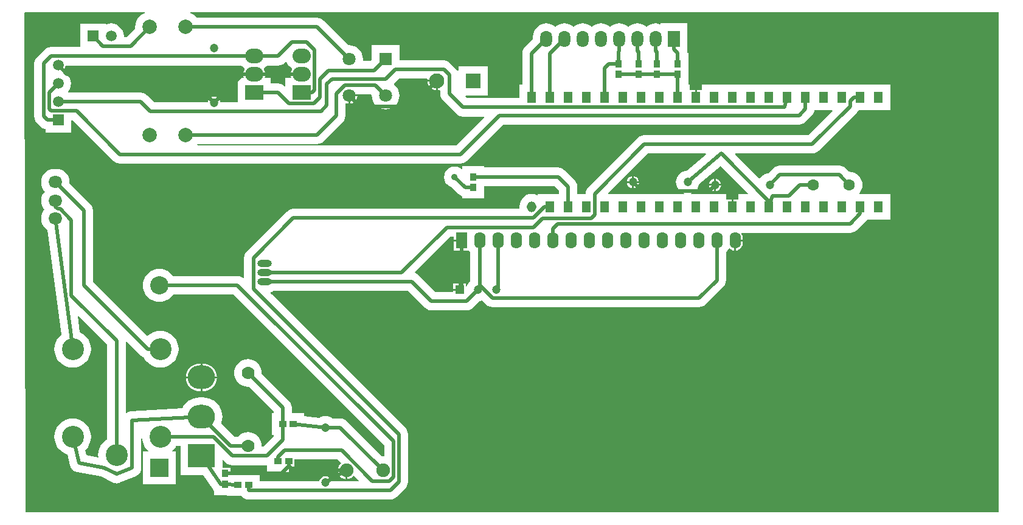
<source format=gbl>
G04 Layer_Physical_Order=2*
G04 Layer_Color=16711680*
%FSLAX44Y44*%
%MOMM*%
G71*
G01*
G75*
%ADD11C,0.5080*%
%ADD12R,1.8000X1.8000*%
%ADD13C,1.8000*%
%ADD14C,2.1000*%
%ADD15R,2.1000X2.1000*%
%ADD16R,2.5400X2.0320*%
%ADD17O,2.5400X2.0320*%
%ADD18C,2.0000*%
%ADD19R,3.8100X3.3020*%
%ADD20O,3.8100X3.3020*%
%ADD21C,1.7780*%
%ADD22O,2.0000X1.0000*%
%ADD23O,2.0000X1.0000*%
%ADD24C,1.6000*%
%ADD25C,1.2000*%
%ADD26O,1.3000X1.5000*%
%ADD27R,1.2954X1.4986*%
%ADD28C,2.5400*%
%ADD29R,2.5400X2.5400*%
%ADD30C,1.9050*%
%ADD31R,1.5000X1.5000*%
%ADD32C,1.5000*%
%ADD33O,1.5748X2.2860*%
%ADD34R,1.5748X2.2860*%
%ADD35C,1.5200*%
%ADD36R,1.5200X1.5200*%
%ADD37O,1.6510X2.2860*%
%ADD38R,1.6510X2.2860*%
%ADD39O,1.9050X1.6510*%
%ADD40R,1.2000X1.2000*%
%ADD41C,3.0480*%
%ADD42C,0.8890*%
%ADD43R,1.0000X0.9500*%
%ADD44R,0.9500X1.0000*%
%ADD45C,0.2540*%
G36*
X1341120Y-10160D02*
Y-15240D01*
X-13970D01*
X-15238Y679821D01*
X-14341Y680720D01*
X152081D01*
X152269Y679450D01*
X151398Y679186D01*
X147895Y677314D01*
X144825Y674794D01*
X142306Y671725D01*
X140434Y668222D01*
X139282Y664422D01*
X138892Y660470D01*
X139084Y658520D01*
X127358Y646794D01*
X123977D01*
X123155Y647700D01*
X122815Y651162D01*
X121805Y654491D01*
X120165Y657559D01*
X117958Y660248D01*
X115269Y662455D01*
X112201Y664095D01*
X108872Y665105D01*
X105410Y665445D01*
X101948Y665105D01*
X98940Y664192D01*
X97670Y664834D01*
Y665360D01*
X62350D01*
Y632570D01*
X21590D01*
X18275Y632133D01*
X15185Y630853D01*
X12532Y628818D01*
X2372Y618658D01*
X337Y616005D01*
X-943Y612915D01*
X-1380Y609600D01*
Y535940D01*
X-943Y532625D01*
X337Y529535D01*
X2372Y526882D01*
X7452Y521802D01*
X10105Y519767D01*
X13195Y518487D01*
X13990Y518382D01*
Y513100D01*
X49510D01*
Y530750D01*
X52098D01*
X108798Y474050D01*
X111451Y472015D01*
X114541Y470735D01*
X117856Y470298D01*
X591566D01*
X594881Y470735D01*
X597971Y472015D01*
X600624Y474050D01*
X651228Y524654D01*
X1062990D01*
X1066305Y525091D01*
X1069395Y526371D01*
X1072048Y528406D01*
X1080938Y537296D01*
X1082973Y539949D01*
X1084253Y543039D01*
X1084506Y544957D01*
X1109382D01*
X1109868Y543784D01*
X1075972Y509888D01*
X847598D01*
X844283Y509451D01*
X841193Y508171D01*
X838540Y506136D01*
X769706Y437302D01*
X767671Y434649D01*
X766391Y431559D01*
X765954Y428244D01*
Y427863D01*
X754490D01*
Y438030D01*
X754053Y441345D01*
X752773Y444435D01*
X750738Y447088D01*
X736768Y461058D01*
X734115Y463093D01*
X731025Y464373D01*
X727710Y464810D01*
X624510D01*
Y467160D01*
X594690D01*
Y463183D01*
X593420Y462557D01*
X591058Y464370D01*
X587505Y465841D01*
X583692Y466343D01*
X579879Y465841D01*
X576326Y464370D01*
X573276Y462028D01*
X570934Y458978D01*
X569463Y455425D01*
X568961Y451612D01*
X569463Y447799D01*
X570934Y444246D01*
X573276Y441196D01*
X576326Y438854D01*
X579753Y437435D01*
X589246Y427942D01*
X591899Y425906D01*
X594690Y424751D01*
Y421840D01*
X624510D01*
Y439190D01*
X722404D01*
X728870Y432724D01*
Y427863D01*
X699643D01*
Y426652D01*
X698554Y425999D01*
X697286Y426676D01*
X694146Y427629D01*
X690880Y427951D01*
X687614Y427629D01*
X684474Y426676D01*
X681579Y425129D01*
X679043Y423047D01*
X676961Y420511D01*
X675414Y417616D01*
X674461Y414476D01*
X674139Y411210D01*
Y409210D01*
X674213Y408467D01*
X673360Y407526D01*
X359156D01*
X355841Y407089D01*
X352751Y405809D01*
X350098Y403774D01*
X294472Y348148D01*
X292437Y345495D01*
X291157Y342405D01*
X290720Y339090D01*
Y311472D01*
X289450Y310845D01*
X287837Y312083D01*
X284747Y313363D01*
X281432Y313800D01*
X191780D01*
X188963Y317233D01*
X185482Y320089D01*
X181511Y322212D01*
X177201Y323519D01*
X172720Y323961D01*
X168239Y323519D01*
X163930Y322212D01*
X159958Y320089D01*
X156477Y317233D01*
X153621Y313752D01*
X151498Y309781D01*
X150191Y305471D01*
X149749Y300990D01*
X150191Y296509D01*
X151498Y292199D01*
X153621Y288228D01*
X156477Y284747D01*
X159958Y281891D01*
X163930Y279768D01*
X168239Y278461D01*
X172720Y278019D01*
X177201Y278461D01*
X181511Y279768D01*
X185482Y281891D01*
X188963Y284747D01*
X191780Y288180D01*
X276126D01*
X485665Y78641D01*
Y63729D01*
X484724Y62876D01*
X483870Y62960D01*
X482355Y62811D01*
X433238Y111928D01*
X430585Y113963D01*
X427495Y115243D01*
X424180Y115680D01*
X413725D01*
X412881Y116371D01*
X410074Y117872D01*
X407028Y118796D01*
X403860Y119108D01*
X400692Y118796D01*
X397646Y117872D01*
X395485Y116717D01*
X374450Y119115D01*
Y122860D01*
X357099D01*
Y130690D01*
X356663Y134005D01*
X355383Y137095D01*
X353348Y139748D01*
X314960Y178135D01*
X315052Y179070D01*
X314684Y182805D01*
X313595Y186395D01*
X311826Y189705D01*
X309446Y192606D01*
X306545Y194986D01*
X303235Y196755D01*
X299645Y197844D01*
X295910Y198212D01*
X292176Y197844D01*
X288585Y196755D01*
X285275Y194986D01*
X282374Y192606D01*
X279994Y189705D01*
X278225Y186395D01*
X277136Y182805D01*
X276768Y179070D01*
X277136Y175336D01*
X278225Y171745D01*
X279994Y168435D01*
X282374Y165534D01*
X285275Y163154D01*
X288585Y161385D01*
X292176Y160296D01*
X295910Y159928D01*
X296845Y160020D01*
X331480Y125384D01*
Y122860D01*
X329130D01*
Y93040D01*
X331480D01*
Y90904D01*
X317065Y76489D01*
X315964Y76508D01*
X315052Y77470D01*
X314684Y81205D01*
X313595Y84795D01*
X311826Y88105D01*
X309446Y91006D01*
X306545Y93386D01*
X303235Y95155D01*
X299645Y96244D01*
X295910Y96612D01*
X292176Y96244D01*
X288585Y95155D01*
X285275Y93386D01*
X282374Y91006D01*
X281779Y90280D01*
X277086D01*
X258654Y108711D01*
X259123Y109843D01*
X260103Y113925D01*
X260432Y118110D01*
X260103Y122295D01*
X259123Y126377D01*
X257517Y130255D01*
X255323Y133835D01*
X252597Y137027D01*
X249405Y139753D01*
X245825Y141947D01*
X241947Y143553D01*
X237865Y144533D01*
X233680Y144862D01*
X228600D01*
X224415Y144533D01*
X220333Y143553D01*
X216455Y141947D01*
X212875Y139753D01*
X209683Y137027D01*
X206957Y133835D01*
X204763Y130255D01*
X204464Y129533D01*
X133947Y125822D01*
X132631Y125578D01*
X131305Y125403D01*
X130992Y125274D01*
X130659Y125212D01*
X129452Y124635D01*
X128215Y124123D01*
X127947Y123917D01*
X127641Y123771D01*
X127110Y123317D01*
X125840Y123903D01*
Y222549D01*
X127110Y223075D01*
X147152Y203032D01*
X149805Y200997D01*
X151492Y200298D01*
X152768Y197910D01*
X155943Y194043D01*
X159810Y190868D01*
X164223Y188510D01*
X169011Y187057D01*
X173990Y186567D01*
X178969Y187057D01*
X183757Y188510D01*
X188170Y190868D01*
X192037Y194043D01*
X195212Y197910D01*
X197570Y202323D01*
X199023Y207111D01*
X199513Y212090D01*
X199023Y217069D01*
X197570Y221857D01*
X195212Y226270D01*
X192037Y230137D01*
X188170Y233312D01*
X183757Y235670D01*
X178969Y237122D01*
X173990Y237613D01*
X169011Y237122D01*
X164223Y235670D01*
X159810Y233312D01*
X156127Y230289D01*
X80120Y306296D01*
Y405130D01*
X79683Y408445D01*
X78403Y411535D01*
X76368Y414188D01*
X47565Y442990D01*
X47714Y444500D01*
X47359Y448110D01*
X46306Y451581D01*
X44596Y454780D01*
X42294Y457584D01*
X39490Y459886D01*
X36291Y461596D01*
X32820Y462649D01*
X29210Y463004D01*
X26670D01*
X23060Y462649D01*
X19589Y461596D01*
X16390Y459886D01*
X13586Y457584D01*
X11284Y454780D01*
X9574Y451581D01*
X8521Y448110D01*
X8166Y444500D01*
X8521Y440890D01*
X9574Y437419D01*
X11284Y434220D01*
X13374Y431673D01*
X11284Y429126D01*
X9574Y425927D01*
X8521Y422456D01*
X8166Y418846D01*
X8521Y415236D01*
X9574Y411765D01*
X11284Y408566D01*
X13062Y406400D01*
X11284Y404234D01*
X9574Y401035D01*
X8521Y397564D01*
X8166Y393954D01*
X8521Y390344D01*
X9574Y386873D01*
X11284Y383674D01*
X13586Y380870D01*
X16390Y378568D01*
X17111Y378183D01*
X36485Y232159D01*
X34023Y230137D01*
X30849Y226270D01*
X28490Y221857D01*
X27037Y217069D01*
X26547Y212090D01*
X27037Y207111D01*
X28490Y202323D01*
X30849Y197910D01*
X34023Y194043D01*
X37890Y190868D01*
X42303Y188510D01*
X47091Y187057D01*
X52070Y186567D01*
X57049Y187057D01*
X61837Y188510D01*
X66250Y190868D01*
X70117Y194043D01*
X73292Y197910D01*
X75650Y202323D01*
X77102Y207111D01*
X77593Y212090D01*
X77102Y217069D01*
X75650Y221857D01*
X73292Y226270D01*
X70117Y230137D01*
X66250Y233312D01*
X61865Y235655D01*
X58880Y258157D01*
X60018Y258719D01*
X100220Y218517D01*
Y86724D01*
X98850Y85991D01*
X94983Y82817D01*
X91809Y78950D01*
X89450Y74537D01*
X87998Y69749D01*
X87507Y64770D01*
X87737Y62441D01*
X86801Y61582D01*
X71462Y64422D01*
X69689Y71771D01*
X70117Y72123D01*
X73292Y75990D01*
X75650Y80403D01*
X77102Y85191D01*
X77593Y90170D01*
X77102Y95149D01*
X75650Y99937D01*
X73292Y104350D01*
X70117Y108217D01*
X66250Y111391D01*
X61837Y113750D01*
X57049Y115203D01*
X52070Y115693D01*
X47091Y115203D01*
X42303Y113750D01*
X37890Y111391D01*
X34023Y108217D01*
X30849Y104350D01*
X28490Y99937D01*
X27037Y95149D01*
X26547Y90170D01*
X27037Y85191D01*
X28490Y80403D01*
X30849Y75990D01*
X34023Y72123D01*
X37890Y68948D01*
X42303Y66590D01*
X44764Y65843D01*
X48508Y50334D01*
X48747Y49713D01*
X48886Y49062D01*
X49346Y48159D01*
X49710Y47214D01*
X50102Y46676D01*
X50404Y46083D01*
X51083Y45330D01*
X51679Y44511D01*
X52197Y44093D01*
X52642Y43598D01*
X53492Y43046D01*
X54280Y42410D01*
X54889Y42140D01*
X55447Y41777D01*
X56411Y41464D01*
X57337Y41054D01*
X57994Y40950D01*
X58628Y40745D01*
X91139Y34724D01*
X107301Y26643D01*
X107720Y26498D01*
X108103Y26276D01*
X109295Y25954D01*
X110462Y25550D01*
X110904Y25519D01*
X111332Y25403D01*
X112566Y25401D01*
X113798Y25313D01*
X114233Y25398D01*
X114675Y25396D01*
X115868Y25714D01*
X117081Y25948D01*
X117479Y26142D01*
X117907Y26255D01*
X139497Y35145D01*
X140237Y35570D01*
X141025Y35897D01*
X141680Y36400D01*
X142397Y36811D01*
X143001Y37413D01*
X143678Y37932D01*
X144181Y38588D01*
X144766Y39171D01*
X145194Y39908D01*
X145713Y40585D01*
X146030Y41349D01*
X146444Y42063D01*
X146667Y42887D01*
X146993Y43675D01*
X147101Y44494D01*
X147317Y45292D01*
X147318Y46144D01*
X147430Y46990D01*
Y87747D01*
X148700Y87810D01*
X148958Y85191D01*
X150410Y80403D01*
X152768Y75990D01*
X155943Y72123D01*
X157255Y71046D01*
X156827Y69850D01*
X149860D01*
Y24130D01*
X195580D01*
Y69850D01*
X191153D01*
X190725Y71046D01*
X192037Y72123D01*
X195212Y75990D01*
X195944Y77360D01*
X201930D01*
Y36830D01*
X233735D01*
X247205Y16946D01*
X248092Y15947D01*
X248925Y14903D01*
X249199Y14700D01*
X249250Y14643D01*
Y9090D01*
X266900D01*
Y7950D01*
X286841D01*
X288002Y6436D01*
X290655Y4401D01*
X293745Y3121D01*
X297060Y2684D01*
X494030D01*
X497345Y3121D01*
X500435Y4401D01*
X503088Y6436D01*
X515153Y18501D01*
X517188Y21154D01*
X518468Y24244D01*
X518905Y27559D01*
Y93345D01*
X518468Y96660D01*
X517188Y99750D01*
X515153Y102403D01*
X327518Y290038D01*
X327878Y291474D01*
X329600Y291996D01*
X331965Y293260D01*
X518950D01*
X542376Y269834D01*
X545029Y267799D01*
X548119Y266519D01*
X551434Y266082D01*
X551434Y266082D01*
X600202D01*
X603517Y266519D01*
X606607Y267799D01*
X609260Y269834D01*
X618032Y278607D01*
X619118Y278714D01*
X622023Y279595D01*
X627212Y274406D01*
X629865Y272371D01*
X632955Y271091D01*
X636270Y270654D01*
X924052D01*
X927367Y271091D01*
X930457Y272371D01*
X933110Y274406D01*
X957748Y299044D01*
X959783Y301697D01*
X961063Y304787D01*
X961500Y308102D01*
Y346847D01*
X961504Y346850D01*
X963757Y349596D01*
X965125Y352155D01*
X966574Y352352D01*
X966663Y352237D01*
X968838Y350567D01*
X971371Y349518D01*
X972820Y349327D01*
Y363220D01*
X974090D01*
Y364490D01*
X984594D01*
Y366776D01*
X984236Y369495D01*
X983187Y372028D01*
X982717Y372639D01*
X983279Y373778D01*
X1134110D01*
X1137425Y374215D01*
X1140515Y375495D01*
X1143168Y377530D01*
X1157138Y391500D01*
X1157949Y392557D01*
X1190117D01*
Y427863D01*
X1147649D01*
X1147106Y429011D01*
X1148365Y430545D01*
X1150051Y433700D01*
X1151090Y437123D01*
X1151440Y440683D01*
X1151090Y444243D01*
X1150051Y447666D01*
X1148365Y450821D01*
X1146096Y453586D01*
X1143331Y455855D01*
X1140176Y457542D01*
X1136752Y458580D01*
X1133193Y458931D01*
X1133072Y458919D01*
X1128019Y463972D01*
X1125366Y466007D01*
X1122277Y467287D01*
X1118961Y467724D01*
X1036574D01*
X1033259Y467287D01*
X1030169Y466007D01*
X1027516Y463972D01*
X1020268Y456723D01*
X1019182Y456616D01*
X1016136Y455692D01*
X1013329Y454192D01*
X1010868Y452172D01*
X1009081Y449995D01*
X1007610Y449670D01*
X974184Y483095D01*
X974670Y484268D01*
X1081278D01*
X1084593Y484705D01*
X1087683Y485985D01*
X1090336Y488020D01*
X1143422Y541106D01*
X1145457Y543759D01*
X1145954Y544957D01*
X1190117D01*
Y580263D01*
X928243D01*
Y572643D01*
X920750D01*
Y562610D01*
X918210D01*
Y572643D01*
X910717D01*
Y580263D01*
X908990D01*
Y594320D01*
Y624640D01*
X907415D01*
Y665480D01*
X870585D01*
Y665256D01*
X869565Y664499D01*
X867210Y665214D01*
X863600Y665569D01*
X859990Y665214D01*
X856519Y664161D01*
X853320Y662451D01*
X850900Y660465D01*
X848480Y662451D01*
X845281Y664161D01*
X841810Y665214D01*
X838200Y665569D01*
X834590Y665214D01*
X831119Y664161D01*
X827920Y662451D01*
X825500Y660465D01*
X823080Y662451D01*
X819881Y664161D01*
X816410Y665214D01*
X812800Y665569D01*
X809190Y665214D01*
X805719Y664161D01*
X802520Y662451D01*
X800100Y660465D01*
X797680Y662451D01*
X794481Y664161D01*
X791010Y665214D01*
X787400Y665569D01*
X783790Y665214D01*
X780319Y664161D01*
X777120Y662451D01*
X774700Y660465D01*
X772280Y662451D01*
X769081Y664161D01*
X765610Y665214D01*
X762000Y665569D01*
X758390Y665214D01*
X754919Y664161D01*
X751720Y662451D01*
X749300Y660465D01*
X746880Y662451D01*
X743681Y664161D01*
X740210Y665214D01*
X736600Y665569D01*
X732990Y665214D01*
X729519Y664161D01*
X726320Y662451D01*
X723900Y660465D01*
X721480Y662451D01*
X718281Y664161D01*
X714810Y665214D01*
X711200Y665569D01*
X707590Y665214D01*
X704119Y664161D01*
X700920Y662451D01*
X698116Y660149D01*
X695814Y657345D01*
X694104Y654146D01*
X693051Y650675D01*
X692696Y647065D01*
Y643501D01*
X681822Y632628D01*
X679787Y629975D01*
X678507Y626885D01*
X678070Y623570D01*
Y580263D01*
X674243D01*
Y561450D01*
X600682D01*
X598495Y563637D01*
X598981Y564810D01*
X630260D01*
Y606130D01*
X588940D01*
Y599650D01*
X587670Y599398D01*
X587419Y600003D01*
X585384Y602656D01*
X577764Y610276D01*
X575111Y612311D01*
X572021Y613591D01*
X568706Y614028D01*
X506840D01*
Y635110D01*
X468520D01*
Y614906D01*
X466626Y613012D01*
X456789D01*
X455936Y613953D01*
X456133Y615950D01*
X455763Y619706D01*
X454667Y623318D01*
X452888Y626646D01*
X450494Y629564D01*
X447576Y631958D01*
X444248Y633737D01*
X440636Y634833D01*
X436880Y635203D01*
X435845Y635101D01*
X401418Y669528D01*
X398765Y671563D01*
X395675Y672843D01*
X392360Y673280D01*
X224718D01*
X223475Y674794D01*
X220405Y677314D01*
X216902Y679186D01*
X216031Y679450D01*
X216219Y680720D01*
X1341120D01*
Y-10160D01*
D02*
G37*
G36*
X349604Y611632D02*
X351323Y608416D01*
X353862Y605322D01*
X356956Y602783D01*
X357366Y602564D01*
X357634Y601322D01*
X357207Y600765D01*
X355927Y597675D01*
X355658Y595630D01*
X370840D01*
Y593090D01*
X355658D01*
X355927Y591045D01*
X356220Y590336D01*
X355515Y589280D01*
X347980D01*
Y578474D01*
X347868Y578428D01*
X346710Y578147D01*
X344225Y580053D01*
X341135Y581333D01*
X337820Y581770D01*
X327660D01*
Y589280D01*
X320125D01*
X319420Y590336D01*
X319713Y591045D01*
X319982Y593090D01*
X304800D01*
X289618D01*
X289887Y591045D01*
X290180Y590336D01*
X289475Y589280D01*
X281940D01*
Y555608D01*
X257452D01*
X257240Y557219D01*
X256380Y559297D01*
X255011Y561081D01*
X253227Y562450D01*
X251149Y563310D01*
X248920Y563604D01*
X246691Y563310D01*
X244613Y562450D01*
X242829Y561081D01*
X241460Y559297D01*
X240600Y557219D01*
X240388Y555608D01*
X165580D01*
X155870Y565318D01*
X153217Y567353D01*
X150127Y568633D01*
X146812Y569070D01*
X45878D01*
X45335Y570218D01*
X46588Y571745D01*
X48238Y574831D01*
X49253Y578178D01*
X49596Y581660D01*
X49253Y585142D01*
X48238Y588489D01*
X46588Y591575D01*
X44369Y594279D01*
X41665Y596498D01*
X38755Y598053D01*
X38367Y599316D01*
X38360Y599351D01*
X38982Y599828D01*
X40607Y601946D01*
X41629Y604413D01*
X41963Y606950D01*
X286486D01*
X287822Y605322D01*
X290916Y602783D01*
X291326Y602564D01*
X291594Y601322D01*
X291167Y600765D01*
X289887Y597675D01*
X289618Y595630D01*
X304800D01*
X319982D01*
X319713Y597675D01*
X318433Y600765D01*
X318006Y601322D01*
X318274Y602564D01*
X318684Y602783D01*
X321778Y605322D01*
X323114Y606950D01*
X337820D01*
X341135Y607387D01*
X344225Y608667D01*
X346878Y610702D01*
X348245Y612069D01*
X349604Y611632D01*
D02*
G37*
G36*
X545909Y587454D02*
X545815Y586740D01*
X558800D01*
Y585470D01*
X560070D01*
Y572485D01*
X562204Y572766D01*
X562460Y572872D01*
X563516Y572166D01*
Y567690D01*
X563953Y564375D01*
X565233Y561285D01*
X567268Y558632D01*
X586318Y539582D01*
X588971Y537547D01*
X592061Y536267D01*
X595376Y535830D01*
X624514D01*
X625000Y534657D01*
X586260Y495918D01*
X225905D01*
X225209Y497188D01*
X225511Y497660D01*
X392360D01*
X395675Y498097D01*
X398765Y499376D01*
X401418Y501412D01*
X427904Y527898D01*
X429939Y530551D01*
X431219Y533641D01*
X431656Y536956D01*
Y553680D01*
X432712Y554386D01*
X433867Y553907D01*
X435610Y553678D01*
Y565150D01*
X436880D01*
Y566420D01*
X449170D01*
X449296Y566564D01*
X467402D01*
X468454Y565420D01*
X468427Y565150D01*
X468797Y561394D01*
X469893Y557782D01*
X471672Y554454D01*
X474066Y551536D01*
X476984Y549142D01*
X480312Y547363D01*
X483924Y546267D01*
X487680Y545897D01*
X491436Y546267D01*
X495048Y547363D01*
X498376Y549142D01*
X501294Y551536D01*
X503688Y554454D01*
X505467Y557782D01*
X506563Y561394D01*
X506933Y565150D01*
X506563Y568906D01*
X505467Y572518D01*
X503688Y575846D01*
X501294Y578764D01*
X499558Y580188D01*
X499496Y581456D01*
X506448Y588408D01*
X545071D01*
X545909Y587454D01*
D02*
G37*
G36*
X933526Y483077D02*
X907254Y460660D01*
X904882Y460426D01*
X901836Y459502D01*
X899029Y458002D01*
X896568Y455982D01*
X894548Y453521D01*
X893048Y450714D01*
X892124Y447668D01*
X891812Y444500D01*
X892124Y441332D01*
X893048Y438286D01*
X894548Y435479D01*
X896568Y433018D01*
X899029Y430998D01*
X901836Y429498D01*
X903039Y429133D01*
X902850Y427863D01*
X798158D01*
X797672Y429036D01*
X852904Y484268D01*
X933087D01*
X933526Y483077D01*
D02*
G37*
G36*
X992012Y429036D02*
X991526Y427863D01*
X979043D01*
Y420243D01*
X971550D01*
Y410210D01*
X969010D01*
Y420243D01*
X961517D01*
Y427863D01*
X913250D01*
X913061Y429133D01*
X914264Y429498D01*
X917071Y430998D01*
X919532Y433018D01*
X921552Y435479D01*
X923052Y438286D01*
X923943Y441222D01*
X954097Y466951D01*
X992012Y429036D01*
D02*
G37*
G36*
X582676Y364490D02*
X593090D01*
Y363220D01*
X594360D01*
Y349250D01*
X603504D01*
X603504Y349250D01*
Y349250D01*
X604378Y348432D01*
X605676Y346850D01*
X605680Y346847D01*
Y307117D01*
X604468Y306122D01*
X602449Y303661D01*
X600948Y300854D01*
X600360Y298916D01*
X599090Y299104D01*
Y303180D01*
X591820D01*
Y294640D01*
X590550D01*
Y293370D01*
X582010D01*
Y291702D01*
X556740D01*
X533314Y315128D01*
X530661Y317163D01*
X528804Y317933D01*
X528556Y319178D01*
X578330Y368952D01*
X582676D01*
Y364490D01*
D02*
G37*
G36*
X425750Y53974D02*
X425667Y52707D01*
X424465Y51785D01*
X422531Y49265D01*
X421315Y46330D01*
X421068Y44450D01*
X433070D01*
Y43180D01*
X434340D01*
Y31178D01*
X436220Y31425D01*
X439155Y32641D01*
X441675Y34575D01*
X442597Y35777D01*
X443864Y35860D01*
X450248Y29477D01*
X449762Y28304D01*
X412259D01*
X412180Y28899D01*
X411320Y30977D01*
X409951Y32761D01*
X408167Y34130D01*
X406089Y34990D01*
X403860Y35284D01*
X401631Y34990D01*
X399553Y34130D01*
X397769Y32761D01*
X396400Y30977D01*
X395540Y28899D01*
X395461Y28304D01*
X312220D01*
Y37770D01*
X279070D01*
Y39410D01*
X271450D01*
Y46790D01*
X260350D01*
Y57695D01*
X261523Y58181D01*
X265262Y54442D01*
X267915Y52407D01*
X271005Y51127D01*
X274320Y50690D01*
X322192D01*
X322780Y50175D01*
Y40970D01*
X353100D01*
Y48590D01*
X360480D01*
Y58564D01*
X421160D01*
X425750Y53974D01*
D02*
G37*
%LPC*%
G36*
X984594Y361950D02*
X975360D01*
Y349327D01*
X976809Y349518D01*
X979342Y350567D01*
X981517Y352237D01*
X983187Y354412D01*
X984236Y356945D01*
X984594Y359664D01*
Y361950D01*
D02*
G37*
G36*
X233680Y191862D02*
X232410D01*
Y173990D01*
X252697D01*
X252454Y176455D01*
X251365Y180045D01*
X249596Y183355D01*
X247216Y186256D01*
X244315Y188636D01*
X241005Y190405D01*
X237414Y191494D01*
X233680Y191862D01*
D02*
G37*
G36*
X229870D02*
X228600D01*
X224865Y191494D01*
X221275Y190405D01*
X217965Y188636D01*
X215064Y186256D01*
X212684Y183355D01*
X210915Y180045D01*
X209826Y176455D01*
X209583Y173990D01*
X229870D01*
Y191862D01*
D02*
G37*
G36*
X252697Y171450D02*
X232410D01*
Y153578D01*
X233680D01*
X237414Y153946D01*
X241005Y155035D01*
X244315Y156804D01*
X247216Y159184D01*
X249596Y162085D01*
X251365Y165395D01*
X252454Y168986D01*
X252697Y171450D01*
D02*
G37*
G36*
X229870D02*
X209583D01*
X209826Y168986D01*
X210915Y165395D01*
X212684Y162085D01*
X215064Y159184D01*
X217965Y156804D01*
X221275Y155035D01*
X224865Y153946D01*
X228600Y153578D01*
X229870D01*
Y171450D01*
D02*
G37*
G36*
X557530Y584200D02*
X545815D01*
X546096Y582066D01*
X547410Y578894D01*
X549500Y576170D01*
X552224Y574080D01*
X555396Y572766D01*
X557530Y572485D01*
Y584200D01*
D02*
G37*
G36*
X448352Y563880D02*
X438150D01*
Y553678D01*
X439893Y553907D01*
X442700Y555070D01*
X445110Y556920D01*
X446960Y559330D01*
X448123Y562137D01*
X448352Y563880D01*
D02*
G37*
G36*
X833120Y452947D02*
Y445770D01*
X840296D01*
X840170Y446729D01*
X839310Y448807D01*
X837941Y450591D01*
X836157Y451960D01*
X834079Y452820D01*
X833120Y452947D01*
D02*
G37*
G36*
X830580D02*
X829621Y452820D01*
X827543Y451960D01*
X825759Y450591D01*
X824390Y448807D01*
X823530Y446729D01*
X823403Y445770D01*
X830580D01*
Y452947D01*
D02*
G37*
G36*
X840296Y443230D02*
X833120D01*
Y436054D01*
X834079Y436180D01*
X836157Y437040D01*
X837941Y438409D01*
X839310Y440193D01*
X840170Y442271D01*
X840296Y443230D01*
D02*
G37*
G36*
X830580D02*
X823403D01*
X823530Y442271D01*
X824390Y440193D01*
X825759Y438409D01*
X827543Y437040D01*
X829621Y436180D01*
X830580Y436054D01*
Y443230D01*
D02*
G37*
G36*
X947420Y449137D02*
Y441960D01*
X954596D01*
X954470Y442919D01*
X953610Y444997D01*
X952241Y446781D01*
X950457Y448150D01*
X948379Y449010D01*
X947420Y449137D01*
D02*
G37*
G36*
X944880D02*
X943921Y449010D01*
X941843Y448150D01*
X940059Y446781D01*
X938690Y444997D01*
X937830Y442919D01*
X937703Y441960D01*
X944880D01*
Y449137D01*
D02*
G37*
G36*
X954596Y439420D02*
X947420D01*
Y432243D01*
X948379Y432370D01*
X950457Y433230D01*
X952241Y434599D01*
X953610Y436383D01*
X954470Y438461D01*
X954596Y439420D01*
D02*
G37*
G36*
X944880D02*
X937703D01*
X937830Y438461D01*
X938690Y436383D01*
X940059Y434599D01*
X941843Y433230D01*
X943921Y432370D01*
X944880Y432243D01*
Y439420D01*
D02*
G37*
G36*
X591820Y361950D02*
X582676D01*
Y349250D01*
X591820D01*
Y361950D01*
D02*
G37*
G36*
X589280Y303180D02*
X582010D01*
Y295910D01*
X589280D01*
Y303180D01*
D02*
G37*
G36*
X431800Y41910D02*
X421068D01*
X421315Y40030D01*
X422531Y37095D01*
X424465Y34575D01*
X426985Y32641D01*
X429920Y31425D01*
X431800Y31178D01*
Y41910D01*
D02*
G37*
%LPD*%
D11*
X1071880Y546354D02*
Y562610D01*
X1062990Y537464D02*
X1071880Y546354D01*
X645922Y537464D02*
X1062990D01*
X591566Y483108D02*
X645922Y537464D01*
X117856Y483108D02*
X591566D01*
X57404Y543560D02*
X117856Y483108D01*
X21590Y543560D02*
X57404D01*
X19050Y546100D02*
X21590Y543560D01*
X19050Y546100D02*
Y568960D01*
X31750Y581660D01*
X1042670Y548640D02*
X1046480Y562610D01*
X595376Y548640D02*
X1042670D01*
X576326Y567690D02*
X595376Y548640D01*
X576326Y567690D02*
Y593598D01*
X568706Y601218D02*
X576326Y593598D01*
X501142Y601218D02*
X568706D01*
X487680Y587756D02*
X501142Y601218D01*
X412750Y587756D02*
X487680D01*
X405892Y580898D02*
X412750Y587756D01*
X405892Y551180D02*
Y580898D01*
X397510Y542798D02*
X405892Y551180D01*
X160274Y542798D02*
X397510D01*
X146812Y556260D02*
X160274Y542798D01*
X31750Y556260D02*
X146812D01*
X643890Y297180D02*
Y363220D01*
X641350Y294640D02*
X643890Y297180D01*
X27940Y393954D02*
X52070Y212090D01*
X113030Y64770D02*
Y223823D01*
X50083Y286770D02*
X113030Y223823D01*
X50083Y286770D02*
Y391940D01*
X34734Y407289D02*
X50083Y391940D01*
X30861Y407289D02*
X34734D01*
X27940Y410210D02*
X30861Y407289D01*
X27940Y410210D02*
Y418846D01*
Y444500D02*
X67310Y405130D01*
Y300990D02*
Y405130D01*
Y300990D02*
X156210Y212090D01*
X173990D01*
X392360Y660470D02*
X436880Y615950D01*
X209150Y660470D02*
X392360D01*
X473456Y579374D02*
X487680Y565150D01*
X430530Y579374D02*
X473456D01*
X418846Y567690D02*
X430530Y579374D01*
X418846Y536956D02*
Y567690D01*
X392360Y510470D02*
X418846Y536956D01*
X209150Y510470D02*
X392360D01*
X134620Y113030D02*
X231140Y118110D01*
X134620Y46990D02*
Y113030D01*
X113030Y38100D02*
X134620Y46990D01*
X95250D02*
X113030Y38100D01*
X60960Y53340D02*
X95250Y46990D01*
X52070Y90170D02*
X60960Y53340D01*
X271780Y77470D02*
X295910D01*
X231140Y118110D02*
X271780Y77470D01*
X304800Y568960D02*
X337820D01*
X353060Y553720D01*
X387350D01*
X396240Y562610D01*
Y588010D01*
X408432Y600202D01*
X471932D01*
X487680Y615950D01*
X1021080Y410210D02*
X1026160Y425450D01*
X1049013D01*
X1064246Y440683D01*
X1083192D01*
X908050Y444500D02*
X954786Y484378D01*
X1021080Y418084D01*
Y410210D02*
Y418084D01*
X1118961Y454914D02*
X1133193Y440683D01*
X1036574Y454914D02*
X1118961D01*
X1022350Y440690D02*
X1036574Y454914D01*
X132664Y633984D02*
X159150Y660470D01*
X93726Y633984D02*
X132664D01*
X80010Y647700D02*
X93726Y633984D01*
X359290Y107950D02*
X403860Y102870D01*
X424180D01*
X483870Y43180D01*
X593090Y297180D02*
Y363220D01*
X590550Y294640D02*
X593090Y297180D01*
X403860Y26670D02*
X433070Y43180D01*
X304800Y594360D02*
X370840D01*
X248920Y554990D02*
X288290Y594360D01*
X304800D01*
X523240Y549910D02*
X558800Y585470D01*
X452120Y549910D02*
X523240D01*
X436880Y565150D02*
X452120Y549910D01*
X352940Y49530D02*
Y55880D01*
X342660Y39250D02*
X352940Y49530D01*
X264160Y39250D02*
X342660D01*
X31750Y607060D02*
X43688Y595122D01*
X208788D01*
X248920Y554990D01*
X831850Y444500D02*
X844042Y432308D01*
X937768D01*
X946150Y440690D01*
X352940Y49530D02*
X359290Y43180D01*
X433070D01*
X1139444Y562610D02*
X1148080D01*
X1134364Y557530D02*
X1139444Y562610D01*
X1134364Y550164D02*
Y557530D01*
X1081278Y497078D02*
X1134364Y550164D01*
X847598Y497078D02*
X1081278D01*
X778764Y428244D02*
X847598Y497078D01*
X778764Y399542D02*
Y428244D01*
X773430Y394208D02*
X778764Y399542D01*
X706120Y394208D02*
X773430D01*
X693674Y381762D02*
X706120Y394208D01*
X573024Y381762D02*
X693674D01*
X510032Y318770D02*
X573024Y381762D01*
X318770Y318770D02*
X510032D01*
X1148080Y400558D02*
Y410210D01*
X1134110Y386588D02*
X1148080Y400558D01*
X726948Y386588D02*
X1134110D01*
X720090Y379730D02*
X726948Y386588D01*
X720090Y363220D02*
Y379730D01*
X690880Y623570D02*
X711200Y643890D01*
X690880Y562610D02*
Y623570D01*
X716280Y562610D02*
Y623570D01*
X736600Y643890D01*
X811530Y609480D02*
Y625856D01*
X812800Y627126D01*
Y643890D01*
X798710Y609480D02*
X811530D01*
X792480Y603250D02*
X798710Y609480D01*
X792480Y562610D02*
Y603250D01*
X839470Y609480D02*
Y625856D01*
X838200Y627126D02*
X839470Y625856D01*
X838200Y627126D02*
Y643890D01*
X864870Y609480D02*
Y625856D01*
X863600Y627126D02*
X864870Y625856D01*
X863600Y627126D02*
Y643890D01*
X894080Y609480D02*
Y624078D01*
X889000Y629158D02*
X894080Y624078D01*
X889000Y629158D02*
Y643890D01*
X609600Y452000D02*
X727710D01*
X741680Y438030D01*
Y410210D02*
Y438030D01*
X708660Y410210D02*
X716280D01*
X693166Y394716D02*
X708660Y410210D01*
X359156Y394716D02*
X693166D01*
X303530Y339090D02*
X359156Y394716D01*
X303530Y295910D02*
Y339090D01*
Y295910D02*
X506095Y93345D01*
Y27559D02*
Y93345D01*
X494030Y15494D02*
X506095Y27559D01*
X297060Y15494D02*
X494030D01*
X297060D02*
Y22860D01*
X304800Y619760D02*
X337820D01*
X357378Y639318D01*
X377952D01*
X388620Y628650D01*
Y572770D02*
Y628650D01*
X384810Y568960D02*
X388620Y572770D01*
X370840Y568960D02*
X384810D01*
X16510Y530860D02*
X31750D01*
X11430Y535940D02*
X16510Y530860D01*
X11430Y535940D02*
Y609600D01*
X21590Y619760D01*
X304800D01*
X839470Y594480D02*
X864870D01*
X894080D01*
X811530D02*
X839470D01*
X894080Y562610D02*
Y594480D01*
X618490Y301244D02*
Y363220D01*
X636270Y283464D02*
X924052D01*
X948690Y308102D01*
Y363220D01*
X318770Y306070D02*
X524256D01*
X551434Y278892D01*
X600202D01*
X615950Y294640D01*
X295910Y179070D02*
X344290Y130690D01*
Y107950D02*
Y130690D01*
Y85598D02*
Y107950D01*
X322192Y63500D02*
X344290Y85598D01*
X274320Y63500D02*
X322192D01*
X247650Y90170D02*
X274320Y63500D01*
X173990Y90170D02*
X247650D01*
X618490Y301244D02*
X636270Y283464D01*
X583692Y451612D02*
X598304Y437000D01*
X609600D01*
X337940Y55880D02*
Y62604D01*
X346710Y71374D01*
X426466D01*
X469265Y28575D01*
X492760D01*
X498475Y34290D01*
Y83947D01*
X281432Y300990D02*
X498475Y83947D01*
X172720Y300990D02*
X281432D01*
X264160Y24250D02*
X282060Y22860D01*
X231140Y63500D02*
X257810Y24130D01*
X264160Y24250D01*
D12*
X487680Y615950D02*
D03*
D13*
X436880D02*
D03*
Y565150D02*
D03*
X487680D02*
D03*
D14*
X558800Y585470D02*
D03*
D15*
X609600D02*
D03*
D16*
X370840Y568960D02*
D03*
X304800D02*
D03*
D17*
X370840Y594360D02*
D03*
Y619760D02*
D03*
X304800Y594360D02*
D03*
Y619760D02*
D03*
D18*
X209150Y510470D02*
D03*
Y660470D02*
D03*
X159150D02*
D03*
Y510470D02*
D03*
D19*
X231140Y63500D02*
D03*
D20*
Y118110D02*
D03*
Y172720D02*
D03*
D21*
X295910Y179070D02*
D03*
Y77470D02*
D03*
D22*
X318770Y331470D02*
D03*
Y306070D02*
D03*
D23*
Y318770D02*
D03*
D24*
X1133193Y440683D02*
D03*
X1083192D02*
D03*
D25*
X403860Y102870D02*
D03*
Y26670D02*
D03*
X1022350Y440690D02*
D03*
X946150D02*
D03*
X908050Y444500D02*
D03*
X831850D02*
D03*
X248920Y631190D02*
D03*
Y554990D02*
D03*
X615950Y294640D02*
D03*
X641350D02*
D03*
D26*
X690880Y410210D02*
D03*
D27*
X716280D02*
D03*
X741680D02*
D03*
X767080D02*
D03*
X792480D02*
D03*
X817880D02*
D03*
X843280D02*
D03*
X868680D02*
D03*
X894080D02*
D03*
X919480D02*
D03*
X944880D02*
D03*
X970280D02*
D03*
X995680D02*
D03*
X1021080D02*
D03*
X1046480D02*
D03*
X1071880D02*
D03*
X1097280D02*
D03*
X1122680D02*
D03*
X1148080D02*
D03*
X1173480D02*
D03*
Y562610D02*
D03*
X1148080D02*
D03*
X1122680D02*
D03*
X1097280D02*
D03*
X1071880D02*
D03*
X1046480D02*
D03*
X1021080D02*
D03*
X995680D02*
D03*
X970280D02*
D03*
X944880D02*
D03*
X919480D02*
D03*
X894080D02*
D03*
X868680D02*
D03*
X843280D02*
D03*
X817880D02*
D03*
X792480D02*
D03*
X767080D02*
D03*
X741680D02*
D03*
X716280D02*
D03*
X690880D02*
D03*
D28*
X172720Y300990D02*
D03*
D29*
Y46990D02*
D03*
D30*
X433070Y43180D02*
D03*
X483870D02*
D03*
D31*
X80010Y647700D02*
D03*
D32*
X105410D02*
D03*
D33*
X974090Y363220D02*
D03*
X948690D02*
D03*
X923290D02*
D03*
X897890D02*
D03*
X872490D02*
D03*
X847090D02*
D03*
X821690D02*
D03*
X796290D02*
D03*
X770890D02*
D03*
X745490D02*
D03*
X720090D02*
D03*
X694690D02*
D03*
X669290D02*
D03*
X643890D02*
D03*
X618490D02*
D03*
D34*
X593090D02*
D03*
D35*
X31750Y607060D02*
D03*
Y581660D02*
D03*
Y556260D02*
D03*
D36*
Y530860D02*
D03*
D37*
X736600Y643890D02*
D03*
X787400D02*
D03*
X863600D02*
D03*
X838200D02*
D03*
X812800D02*
D03*
X762000D02*
D03*
X711200D02*
D03*
D38*
X889000D02*
D03*
D39*
X27940Y393954D02*
D03*
Y418846D02*
D03*
Y444500D02*
D03*
D40*
X590550Y294640D02*
D03*
D41*
X52070Y90170D02*
D03*
X173990Y212090D02*
D03*
X113030Y64770D02*
D03*
X52070Y212090D02*
D03*
X173990Y90170D02*
D03*
D42*
X583692Y451612D02*
D03*
D43*
X344290Y107950D02*
D03*
X359290D02*
D03*
X337940Y55880D02*
D03*
X352940D02*
D03*
X282060Y22860D02*
D03*
X297060D02*
D03*
D44*
X609600Y452000D02*
D03*
Y437000D02*
D03*
X894080Y609480D02*
D03*
Y594480D02*
D03*
X864870Y609480D02*
D03*
Y594480D02*
D03*
X839470Y609480D02*
D03*
Y594480D02*
D03*
X811530Y609480D02*
D03*
Y594480D02*
D03*
X264160Y39250D02*
D03*
Y24250D02*
D03*
D45*
X1291590Y632455D02*
Y617220D01*
Y622298D01*
X1281433Y632455D01*
X1289051Y624837D01*
X1281433Y617220D01*
X1276355Y632455D02*
Y617220D01*
Y624837D01*
X1266198D01*
Y632455D01*
Y617220D01*
X1253502Y632455D02*
X1258581D01*
X1261120Y629916D01*
Y619759D01*
X1258581Y617220D01*
X1253502D01*
X1250963Y619759D01*
Y629916D01*
X1253502Y632455D01*
X1245885Y617220D02*
Y627377D01*
X1240806Y632455D01*
X1235728Y627377D01*
Y617220D01*
Y624837D01*
X1245885D01*
X1205258Y629916D02*
X1207797Y632455D01*
X1212876D01*
X1215415Y629916D01*
Y619759D01*
X1212876Y617220D01*
X1207797D01*
X1205258Y619759D01*
X1200180Y632455D02*
Y619759D01*
X1197640Y617220D01*
X1192562D01*
X1190023Y619759D01*
Y632455D01*
X1184945Y617220D02*
Y627377D01*
X1179866Y632455D01*
X1174788Y627377D01*
Y617220D01*
Y624837D01*
X1184945D01*
X1154474Y632455D02*
Y617220D01*
X1146857D01*
X1144318Y619759D01*
Y629916D01*
X1146857Y632455D01*
X1154474D01*
X1139239D02*
X1134161D01*
X1136700D01*
Y617220D01*
X1139239D01*
X1134161D01*
X1116387Y632455D02*
X1126543D01*
Y617220D01*
X1116387D01*
X1126543Y624837D02*
X1121465D01*
X1111308Y617220D02*
Y632455D01*
X1101152Y617220D01*
Y632455D01*
X1080838D02*
X1070682D01*
X1075760D01*
Y617220D01*
X1065603Y632455D02*
Y619759D01*
X1063064Y617220D01*
X1057986D01*
X1055446Y619759D01*
Y632455D01*
M02*

</source>
